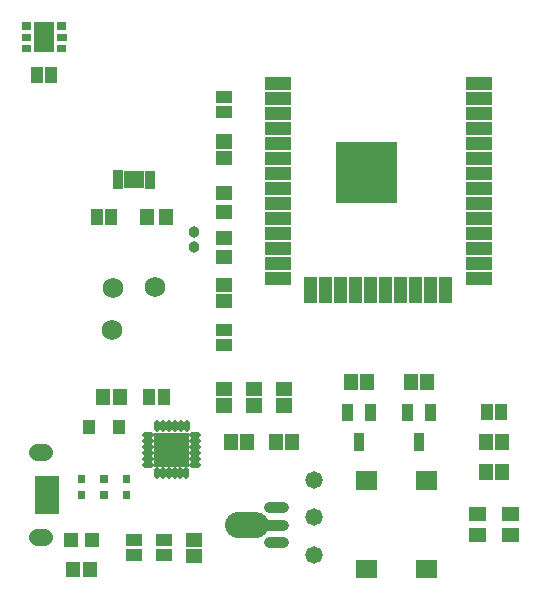
<source format=gts>
G04 Layer: TopSolderMaskLayer*
G04 EasyEDA v6.3.43, 2020-05-12T15:16:01+02:00*
G04 4d644927dd1f4b27a0df6f52f7f7ce2a,accd6950acb14890b3c9ed90e7fce2f1,10*
G04 Gerber Generator version 0.2*
G04 Scale: 100 percent, Rotated: No, Reflected: No *
G04 Dimensions in inches *
G04 leading zeros omitted , absolute positions ,2 integer and 4 decimal *
%FSLAX24Y24*%
%MOIN*%
G90*
G70D02*

%ADD53C,0.035559*%
%ADD54C,0.086740*%
%ADD55C,0.055240*%
%ADD56C,0.019024*%
%ADD57C,0.038000*%
%ADD58C,0.058000*%
%ADD71R,0.051000X0.047000*%
%ADD78C,0.068000*%

%LPD*%
G54D53*
G01X9478Y1659D02*
G01X9005Y1659D01*
G01X9478Y2840D02*
G01X9005Y2840D01*
G01X9478Y2249D02*
G01X8927Y2249D01*
G54D54*
G01X8553Y2249D02*
G01X7962Y2249D01*
G54D55*
G01X1273Y1832D02*
G01X1509Y1832D01*
G01X1273Y4667D02*
G01X1509Y4667D01*
G54D56*
G01X4860Y5234D02*
G01X5064Y5234D01*
G01X4860Y5038D02*
G01X5064Y5038D01*
G01X4860Y4840D02*
G01X5064Y4840D01*
G01X4860Y4644D02*
G01X5064Y4644D01*
G01X4860Y4448D02*
G01X5064Y4448D01*
G01X4860Y4251D02*
G01X5064Y4251D01*
G01X5259Y4064D02*
G01X5259Y3860D01*
G01X5457Y4064D02*
G01X5457Y3860D01*
G01X5653Y4064D02*
G01X5653Y3860D01*
G01X5850Y4064D02*
G01X5850Y3860D01*
G01X6046Y4064D02*
G01X6046Y3860D01*
G01X6244Y4064D02*
G01X6244Y3860D01*
G01X6435Y4255D02*
G01X6639Y4255D01*
G01X6435Y4451D02*
G01X6639Y4451D01*
G01X6435Y4648D02*
G01X6639Y4648D01*
G01X6435Y4844D02*
G01X6639Y4844D01*
G01X6435Y5042D02*
G01X6639Y5042D01*
G01X6435Y5238D02*
G01X6639Y5238D01*
G01X6250Y5639D02*
G01X6250Y5435D01*
G01X6053Y5639D02*
G01X6053Y5435D01*
G01X5855Y5639D02*
G01X5855Y5435D01*
G01X5659Y5639D02*
G01X5659Y5435D01*
G01X5463Y5639D02*
G01X5463Y5435D01*
G01X5265Y5639D02*
G01X5265Y5435D01*
G54D57*
G01X6500Y12000D03*
G01X6500Y11500D03*
G54D58*
G01X10500Y3750D03*
G01X10500Y2500D03*
G01X10500Y1250D03*
G36*
G01X3809Y13842D02*
G01X3809Y14059D01*
G01X4126Y14059D01*
G01X4126Y13842D01*
G01X3809Y13842D01*
G37*
G36*
G01X3809Y13646D02*
G01X3809Y13844D01*
G01X4126Y13844D01*
G01X4126Y13646D01*
G01X3809Y13646D01*
G37*
G36*
G01X3809Y13450D02*
G01X3809Y13648D01*
G01X4126Y13648D01*
G01X4126Y13450D01*
G01X3809Y13450D01*
G37*
G36*
G01X4873Y13844D02*
G01X4873Y14042D01*
G01X5190Y14042D01*
G01X5190Y13844D01*
G01X4873Y13844D01*
G37*
G36*
G01X4873Y13646D02*
G01X4873Y13844D01*
G01X5190Y13844D01*
G01X5190Y13646D01*
G01X4873Y13646D01*
G37*
G36*
G01X4873Y13451D02*
G01X4873Y13648D01*
G01X5190Y13648D01*
G01X5190Y13451D01*
G01X4873Y13451D01*
G37*
G36*
G01X4165Y13473D02*
G01X4165Y14026D01*
G01X4834Y14026D01*
G01X4834Y13473D01*
G01X4165Y13473D01*
G37*
G36*
G01X751Y18755D02*
G01X751Y18992D01*
G01X1067Y18992D01*
G01X1067Y18755D01*
G01X751Y18755D01*
G37*
G36*
G01X751Y18380D02*
G01X751Y18619D01*
G01X1067Y18619D01*
G01X1067Y18380D01*
G01X751Y18380D01*
G37*
G36*
G01X751Y18007D02*
G01X751Y18244D01*
G01X1067Y18244D01*
G01X1067Y18007D01*
G01X751Y18007D01*
G37*
G36*
G01X1932Y18007D02*
G01X1932Y18244D01*
G01X2248Y18244D01*
G01X2248Y18007D01*
G01X1932Y18007D01*
G37*
G36*
G01X1165Y18009D02*
G01X1165Y18994D01*
G01X1836Y18994D01*
G01X1836Y18009D01*
G01X1165Y18009D01*
G37*
G36*
G01X1932Y18755D02*
G01X1932Y18992D01*
G01X2248Y18992D01*
G01X2248Y18755D01*
G01X1932Y18755D01*
G37*
G36*
G01X1932Y18380D02*
G01X1932Y18619D01*
G01X2250Y18619D01*
G01X2250Y18380D01*
G01X1932Y18380D01*
G37*
G36*
G01X7242Y10948D02*
G01X7242Y11421D01*
G01X7755Y11421D01*
G01X7755Y10948D01*
G01X7242Y10948D01*
G37*
G36*
G01X7242Y11578D02*
G01X7242Y12051D01*
G01X7755Y12051D01*
G01X7755Y11578D01*
G01X7242Y11578D01*
G37*
G36*
G01X7242Y13078D02*
G01X7242Y13551D01*
G01X7755Y13551D01*
G01X7755Y13078D01*
G01X7242Y13078D01*
G37*
G36*
G01X7242Y12448D02*
G01X7242Y12921D01*
G01X7755Y12921D01*
G01X7755Y12448D01*
G01X7242Y12448D01*
G37*
G36*
G01X4698Y12242D02*
G01X4698Y12757D01*
G01X5171Y12757D01*
G01X5171Y12242D01*
G01X4698Y12242D01*
G37*
G36*
G01X5328Y12242D02*
G01X5328Y12757D01*
G01X5801Y12757D01*
G01X5801Y12242D01*
G01X5328Y12242D01*
G37*
G36*
G01X11914Y3411D02*
G01X11914Y4042D01*
G01X12585Y4042D01*
G01X12585Y3411D01*
G01X11914Y3411D01*
G37*
G36*
G01X11914Y457D02*
G01X11914Y1088D01*
G01X12585Y1088D01*
G01X12585Y457D01*
G01X11914Y457D01*
G37*
G36*
G01X13914Y3411D02*
G01X13914Y4042D01*
G01X14585Y4042D01*
G01X14585Y3411D01*
G01X13914Y3411D01*
G37*
G36*
G01X13914Y457D02*
G01X13914Y1088D01*
G01X14585Y1088D01*
G01X14585Y457D01*
G01X13914Y457D01*
G37*
G36*
G01X11822Y4721D02*
G01X11822Y5294D01*
G01X12177Y5294D01*
G01X12177Y4721D01*
G01X11822Y4721D01*
G37*
G36*
G01X11447Y5705D02*
G01X11447Y6278D01*
G01X11803Y6278D01*
G01X11803Y5705D01*
G01X11447Y5705D01*
G37*
G36*
G01X12196Y5705D02*
G01X12196Y6278D01*
G01X12552Y6278D01*
G01X12552Y5705D01*
G01X12196Y5705D01*
G37*
G36*
G01X13822Y4721D02*
G01X13822Y5294D01*
G01X14177Y5294D01*
G01X14177Y4721D01*
G01X13822Y4721D01*
G37*
G36*
G01X13447Y5705D02*
G01X13447Y6278D01*
G01X13803Y6278D01*
G01X13803Y5705D01*
G01X13447Y5705D01*
G37*
G36*
G01X14196Y5705D02*
G01X14196Y6278D01*
G01X14552Y6278D01*
G01X14552Y5705D01*
G01X14196Y5705D01*
G37*
G36*
G01X11226Y12976D02*
G01X11226Y15023D01*
G01X13273Y15023D01*
G01X13273Y12976D01*
G01X11226Y12976D01*
G37*
G36*
G01X8863Y16736D02*
G01X8863Y17169D01*
G01X9731Y17169D01*
G01X9731Y16736D01*
G01X8863Y16736D01*
G37*
G36*
G01X8863Y16236D02*
G01X8863Y16669D01*
G01X9731Y16669D01*
G01X9731Y16236D01*
G01X8863Y16236D01*
G37*
G36*
G01X8863Y15736D02*
G01X8863Y16169D01*
G01X9731Y16169D01*
G01X9731Y15736D01*
G01X8863Y15736D01*
G37*
G36*
G01X8863Y15236D02*
G01X8863Y15669D01*
G01X9731Y15669D01*
G01X9731Y15236D01*
G01X8863Y15236D01*
G37*
G36*
G01X8863Y14736D02*
G01X8863Y15169D01*
G01X9731Y15169D01*
G01X9731Y14736D01*
G01X8863Y14736D01*
G37*
G36*
G01X8863Y14236D02*
G01X8863Y14669D01*
G01X9731Y14669D01*
G01X9731Y14236D01*
G01X8863Y14236D01*
G37*
G36*
G01X8863Y13736D02*
G01X8863Y14169D01*
G01X9731Y14169D01*
G01X9731Y13736D01*
G01X8863Y13736D01*
G37*
G36*
G01X8863Y13236D02*
G01X8863Y13669D01*
G01X9731Y13669D01*
G01X9731Y13236D01*
G01X8863Y13236D01*
G37*
G36*
G01X8863Y12736D02*
G01X8863Y13169D01*
G01X9731Y13169D01*
G01X9731Y12736D01*
G01X8863Y12736D01*
G37*
G36*
G01X8863Y12236D02*
G01X8863Y12669D01*
G01X9731Y12669D01*
G01X9731Y12236D01*
G01X8863Y12236D01*
G37*
G36*
G01X8863Y11736D02*
G01X8863Y12169D01*
G01X9731Y12169D01*
G01X9731Y11736D01*
G01X8863Y11736D01*
G37*
G36*
G01X8863Y11236D02*
G01X8863Y11669D01*
G01X9731Y11669D01*
G01X9731Y11236D01*
G01X8863Y11236D01*
G37*
G36*
G01X8863Y10736D02*
G01X8863Y11169D01*
G01X9731Y11169D01*
G01X9731Y10736D01*
G01X8863Y10736D01*
G37*
G36*
G01X8863Y10236D02*
G01X8863Y10669D01*
G01X9731Y10669D01*
G01X9731Y10236D01*
G01X8863Y10236D01*
G37*
G36*
G01X10177Y9625D02*
G01X10177Y10492D01*
G01X10610Y10492D01*
G01X10610Y9625D01*
G01X10177Y9625D01*
G37*
G36*
G01X10677Y9625D02*
G01X10677Y10492D01*
G01X11110Y10492D01*
G01X11110Y9625D01*
G01X10677Y9625D01*
G37*
G36*
G01X11177Y9625D02*
G01X11177Y10492D01*
G01X11610Y10492D01*
G01X11610Y9625D01*
G01X11177Y9625D01*
G37*
G36*
G01X11677Y9625D02*
G01X11677Y10492D01*
G01X12110Y10492D01*
G01X12110Y9625D01*
G01X11677Y9625D01*
G37*
G36*
G01X12177Y9625D02*
G01X12177Y10492D01*
G01X12610Y10492D01*
G01X12610Y9625D01*
G01X12177Y9625D01*
G37*
G36*
G01X12677Y9625D02*
G01X12677Y10492D01*
G01X13110Y10492D01*
G01X13110Y9625D01*
G01X12677Y9625D01*
G37*
G36*
G01X13177Y9625D02*
G01X13177Y10492D01*
G01X13610Y10492D01*
G01X13610Y9625D01*
G01X13177Y9625D01*
G37*
G36*
G01X13677Y9625D02*
G01X13677Y10492D01*
G01X14110Y10492D01*
G01X14110Y9625D01*
G01X13677Y9625D01*
G37*
G36*
G01X14177Y9625D02*
G01X14177Y10492D01*
G01X14610Y10492D01*
G01X14610Y9625D01*
G01X14177Y9625D01*
G37*
G36*
G01X14677Y9625D02*
G01X14677Y10492D01*
G01X15110Y10492D01*
G01X15110Y9625D01*
G01X14677Y9625D01*
G37*
G36*
G01X15556Y10236D02*
G01X15556Y10669D01*
G01X16423Y10669D01*
G01X16423Y10236D01*
G01X15556Y10236D01*
G37*
G36*
G01X15556Y10736D02*
G01X15556Y11169D01*
G01X16423Y11169D01*
G01X16423Y10736D01*
G01X15556Y10736D01*
G37*
G36*
G01X15556Y11236D02*
G01X15556Y11669D01*
G01X16423Y11669D01*
G01X16423Y11236D01*
G01X15556Y11236D01*
G37*
G36*
G01X15556Y11736D02*
G01X15556Y12169D01*
G01X16423Y12169D01*
G01X16423Y11736D01*
G01X15556Y11736D01*
G37*
G36*
G01X15556Y12236D02*
G01X15556Y12669D01*
G01X16423Y12669D01*
G01X16423Y12236D01*
G01X15556Y12236D01*
G37*
G36*
G01X15556Y12736D02*
G01X15556Y13169D01*
G01X16423Y13169D01*
G01X16423Y12736D01*
G01X15556Y12736D01*
G37*
G36*
G01X15556Y13236D02*
G01X15556Y13669D01*
G01X16423Y13669D01*
G01X16423Y13236D01*
G01X15556Y13236D01*
G37*
G36*
G01X15556Y13736D02*
G01X15556Y14169D01*
G01X16423Y14169D01*
G01X16423Y13736D01*
G01X15556Y13736D01*
G37*
G36*
G01X15556Y14236D02*
G01X15556Y14669D01*
G01X16423Y14669D01*
G01X16423Y14236D01*
G01X15556Y14236D01*
G37*
G36*
G01X15556Y14736D02*
G01X15556Y15169D01*
G01X16423Y15169D01*
G01X16423Y14736D01*
G01X15556Y14736D01*
G37*
G36*
G01X15556Y15236D02*
G01X15556Y15669D01*
G01X16423Y15669D01*
G01X16423Y15236D01*
G01X15556Y15236D01*
G37*
G36*
G01X15556Y15736D02*
G01X15556Y16169D01*
G01X16423Y16169D01*
G01X16423Y15736D01*
G01X15556Y15736D01*
G37*
G36*
G01X15556Y16236D02*
G01X15556Y16669D01*
G01X16423Y16669D01*
G01X16423Y16236D01*
G01X15556Y16236D01*
G37*
G36*
G01X15556Y16736D02*
G01X15556Y17169D01*
G01X16423Y17169D01*
G01X16423Y16736D01*
G01X15556Y16736D01*
G37*
G54D71*
G01X3084Y1750D03*
G01X2415Y1750D03*
G36*
G01X15672Y2367D02*
G01X15672Y2840D01*
G01X16225Y2840D01*
G01X16225Y2367D01*
G01X15672Y2367D01*
G37*
G36*
G01X16775Y2367D02*
G01X16775Y2840D01*
G01X17327Y2840D01*
G01X17327Y2367D01*
G01X16775Y2367D01*
G37*
G36*
G01X16775Y1659D02*
G01X16775Y2132D01*
G01X17327Y2132D01*
G01X17327Y1659D01*
G01X16775Y1659D01*
G37*
G36*
G01X15672Y1659D02*
G01X15672Y2132D01*
G01X16225Y2132D01*
G01X16225Y1659D01*
G01X15672Y1659D01*
G37*
G36*
G01X9538Y4742D02*
G01X9538Y5257D01*
G01X10011Y5257D01*
G01X10011Y4742D01*
G01X9538Y4742D01*
G37*
G36*
G01X8988Y4742D02*
G01X8988Y5257D01*
G01X9461Y5257D01*
G01X9461Y4742D01*
G01X8988Y4742D01*
G37*
G36*
G01X8038Y4742D02*
G01X8038Y5257D01*
G01X8511Y5257D01*
G01X8511Y4742D01*
G01X8038Y4742D01*
G37*
G36*
G01X7488Y4742D02*
G01X7488Y5257D01*
G01X7961Y5257D01*
G01X7961Y4742D01*
G01X7488Y4742D01*
G37*
G36*
G01X2803Y5263D02*
G01X2803Y5736D01*
G01X3198Y5736D01*
G01X3198Y5263D01*
G01X2803Y5263D01*
G37*
G36*
G01X3803Y5263D02*
G01X3803Y5736D01*
G01X4198Y5736D01*
G01X4198Y5263D01*
G01X3803Y5263D01*
G37*
G36*
G01X11488Y6742D02*
G01X11488Y7257D01*
G01X11960Y7257D01*
G01X11960Y6742D01*
G01X11488Y6742D01*
G37*
G36*
G01X12039Y6742D02*
G01X12039Y7257D01*
G01X12511Y7257D01*
G01X12511Y6742D01*
G01X12039Y6742D01*
G37*
G36*
G01X6242Y1513D02*
G01X6242Y1986D01*
G01X6757Y1986D01*
G01X6757Y1513D01*
G01X6242Y1513D01*
G37*
G36*
G01X6242Y961D02*
G01X6242Y1436D01*
G01X6757Y1436D01*
G01X6757Y961D01*
G01X6242Y961D01*
G37*
G36*
G01X5298Y6234D02*
G01X5298Y6765D01*
G01X5694Y6765D01*
G01X5694Y6234D01*
G01X5298Y6234D01*
G37*
G36*
G01X4805Y6234D02*
G01X4805Y6765D01*
G01X5201Y6765D01*
G01X5201Y6234D01*
G01X4805Y6234D01*
G37*
G36*
G01X4130Y3105D02*
G01X4130Y3375D01*
G01X4369Y3375D01*
G01X4369Y3105D01*
G01X4130Y3105D01*
G37*
G36*
G01X4130Y3625D02*
G01X4130Y3894D01*
G01X4369Y3894D01*
G01X4369Y3625D01*
G01X4130Y3625D01*
G37*
G36*
G01X2630Y3105D02*
G01X2630Y3375D01*
G01X2869Y3375D01*
G01X2869Y3105D01*
G01X2630Y3105D01*
G37*
G36*
G01X2630Y3625D02*
G01X2630Y3894D01*
G01X2869Y3894D01*
G01X2869Y3625D01*
G01X2630Y3625D01*
G37*
G36*
G01X3380Y3105D02*
G01X3380Y3375D01*
G01X3619Y3375D01*
G01X3619Y3105D01*
G01X3380Y3105D01*
G37*
G36*
G01X3380Y3625D02*
G01X3380Y3894D01*
G01X3619Y3894D01*
G01X3619Y3625D01*
G01X3380Y3625D01*
G37*
G36*
G01X1213Y3632D02*
G01X1213Y3890D01*
G01X2003Y3890D01*
G01X2003Y3632D01*
G01X1213Y3632D01*
G37*
G36*
G01X1213Y3376D02*
G01X1213Y3634D01*
G01X2003Y3634D01*
G01X2003Y3376D01*
G01X1213Y3376D01*
G37*
G36*
G01X1213Y3121D02*
G01X1213Y3378D01*
G01X2003Y3378D01*
G01X2003Y3121D01*
G01X1213Y3121D01*
G37*
G36*
G01X1213Y2865D02*
G01X1213Y3123D01*
G01X2003Y3123D01*
G01X2003Y2865D01*
G01X1213Y2865D01*
G37*
G36*
G01X1213Y2609D02*
G01X1213Y2867D01*
G01X2003Y2867D01*
G01X2003Y2609D01*
G01X1213Y2609D01*
G37*
G36*
G01X5182Y4176D02*
G01X5182Y5313D01*
G01X6317Y5313D01*
G01X6317Y4176D01*
G01X5182Y4176D01*
G37*
G36*
G01X3238Y6242D02*
G01X3238Y6757D01*
G01X3711Y6757D01*
G01X3711Y6242D01*
G01X3238Y6242D01*
G37*
G36*
G01X3788Y6242D02*
G01X3788Y6757D01*
G01X4261Y6757D01*
G01X4261Y6242D01*
G01X3788Y6242D01*
G37*
G54D78*
G01X5206Y10163D03*
G01X3785Y10127D03*
G01X3782Y8748D03*
G36*
G01X16539Y3742D02*
G01X16539Y4257D01*
G01X17011Y4257D01*
G01X17011Y3742D01*
G01X16539Y3742D01*
G37*
G36*
G01X15988Y3742D02*
G01X15988Y4257D01*
G01X16460Y4257D01*
G01X16460Y3742D01*
G01X15988Y3742D01*
G37*
G36*
G01X7242Y14238D02*
G01X7242Y14711D01*
G01X7757Y14711D01*
G01X7757Y14238D01*
G01X7242Y14238D01*
G37*
G36*
G01X7242Y14788D02*
G01X7242Y15261D01*
G01X7757Y15261D01*
G01X7757Y14788D01*
G01X7242Y14788D01*
G37*
G36*
G01X8242Y5988D02*
G01X8242Y6461D01*
G01X8757Y6461D01*
G01X8757Y5988D01*
G01X8242Y5988D01*
G37*
G36*
G01X8242Y6538D02*
G01X8242Y7011D01*
G01X8757Y7011D01*
G01X8757Y6538D01*
G01X8242Y6538D01*
G37*
G36*
G01X7242Y10013D02*
G01X7242Y10486D01*
G01X7757Y10486D01*
G01X7757Y10013D01*
G01X7242Y10013D01*
G37*
G36*
G01X7242Y9461D02*
G01X7242Y9934D01*
G01X7757Y9934D01*
G01X7757Y9461D01*
G01X7242Y9461D01*
G37*
G36*
G01X9242Y5988D02*
G01X9242Y6461D01*
G01X9756Y6461D01*
G01X9756Y5988D01*
G01X9242Y5988D01*
G37*
G36*
G01X9242Y6538D02*
G01X9242Y7011D01*
G01X9756Y7011D01*
G01X9756Y6538D01*
G01X9242Y6538D01*
G37*
G36*
G01X7242Y6538D02*
G01X7242Y7011D01*
G01X7757Y7011D01*
G01X7757Y6538D01*
G01X7242Y6538D01*
G37*
G36*
G01X7242Y5988D02*
G01X7242Y6461D01*
G01X7757Y6461D01*
G01X7757Y5988D01*
G01X7242Y5988D01*
G37*
G36*
G01X16539Y4742D02*
G01X16539Y5257D01*
G01X17011Y5257D01*
G01X17011Y4742D01*
G01X16539Y4742D01*
G37*
G36*
G01X15988Y4742D02*
G01X15988Y5257D01*
G01X16460Y5257D01*
G01X16460Y4742D01*
G01X15988Y4742D01*
G37*
G36*
G01X14039Y6742D02*
G01X14039Y7257D01*
G01X14511Y7257D01*
G01X14511Y6742D01*
G01X14039Y6742D01*
G37*
G36*
G01X13488Y6742D02*
G01X13488Y7257D01*
G01X13960Y7257D01*
G01X13960Y6742D01*
G01X13488Y6742D01*
G37*
G36*
G01X3548Y12234D02*
G01X3548Y12765D01*
G01X3944Y12765D01*
G01X3944Y12234D01*
G01X3548Y12234D01*
G37*
G36*
G01X3055Y12234D02*
G01X3055Y12765D01*
G01X3451Y12765D01*
G01X3451Y12234D01*
G01X3055Y12234D01*
G37*
G36*
G01X4234Y1055D02*
G01X4234Y1451D01*
G01X4765Y1451D01*
G01X4765Y1055D01*
G01X4234Y1055D01*
G37*
G36*
G01X4234Y1548D02*
G01X4234Y1944D01*
G01X4765Y1944D01*
G01X4765Y1548D01*
G01X4234Y1548D01*
G37*
G36*
G01X7234Y8055D02*
G01X7234Y8451D01*
G01X7765Y8451D01*
G01X7765Y8055D01*
G01X7234Y8055D01*
G37*
G36*
G01X7234Y8548D02*
G01X7234Y8944D01*
G01X7765Y8944D01*
G01X7765Y8548D01*
G01X7234Y8548D01*
G37*
G36*
G01X1057Y16984D02*
G01X1057Y17515D01*
G01X1451Y17515D01*
G01X1451Y16984D01*
G01X1057Y16984D01*
G37*
G36*
G01X1548Y16984D02*
G01X1548Y17515D01*
G01X1944Y17515D01*
G01X1944Y16984D01*
G01X1548Y16984D01*
G37*
G36*
G01X7234Y16298D02*
G01X7234Y16694D01*
G01X7765Y16694D01*
G01X7765Y16298D01*
G01X7234Y16298D01*
G37*
G36*
G01X7234Y15805D02*
G01X7234Y16201D01*
G01X7765Y16201D01*
G01X7765Y15805D01*
G01X7234Y15805D01*
G37*
G36*
G01X16548Y5734D02*
G01X16548Y6265D01*
G01X16943Y6265D01*
G01X16943Y5734D01*
G01X16548Y5734D01*
G37*
G36*
G01X16056Y5734D02*
G01X16056Y6265D01*
G01X16452Y6265D01*
G01X16452Y5734D01*
G01X16056Y5734D01*
G37*
G36*
G01X5234Y1055D02*
G01X5234Y1451D01*
G01X5765Y1451D01*
G01X5765Y1055D01*
G01X5234Y1055D01*
G37*
G36*
G01X5234Y1548D02*
G01X5234Y1944D01*
G01X5765Y1944D01*
G01X5765Y1548D01*
G01X5234Y1548D01*
G37*
G36*
G01X2788Y492D02*
G01X2788Y1007D01*
G01X3261Y1007D01*
G01X3261Y492D01*
G01X2788Y492D01*
G37*
G36*
G01X2238Y492D02*
G01X2238Y1007D01*
G01X2711Y1007D01*
G01X2711Y492D01*
G01X2238Y492D01*
G37*
M00*
M02*

</source>
